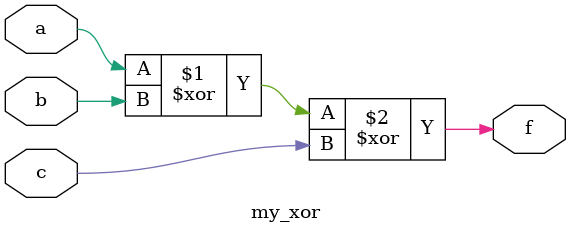
<source format=v>
module my_xor (
  output f,
  input a, b, c
);

// assign f to be the xor of a, b, c
xor(f, a, b, c);

endmodule

</source>
